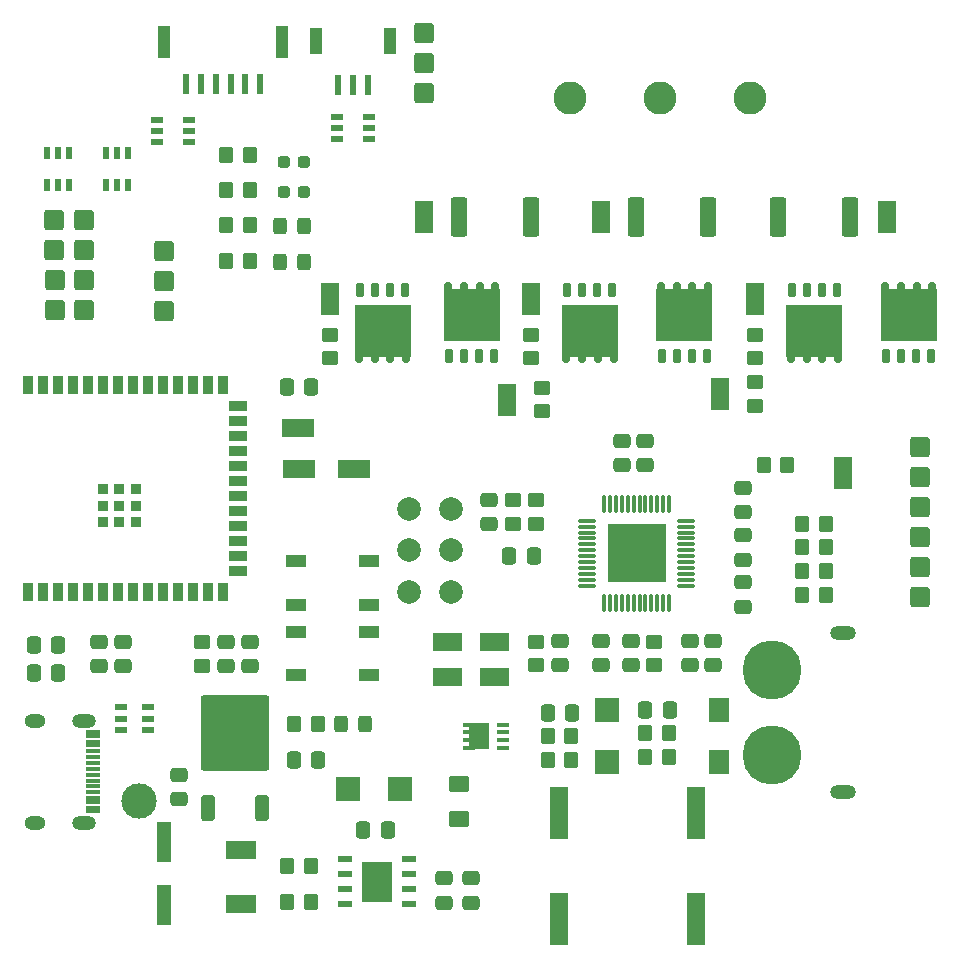
<source format=gbr>
%TF.GenerationSoftware,KiCad,Pcbnew,9.0.2-rc1*%
%TF.CreationDate,2025-08-19T16:09:16+10:00*%
%TF.ProjectId,BLDC_Version1_1_0,424c4443-5f56-4657-9273-696f6e315f31,rev?*%
%TF.SameCoordinates,Original*%
%TF.FileFunction,Soldermask,Top*%
%TF.FilePolarity,Negative*%
%FSLAX46Y46*%
G04 Gerber Fmt 4.6, Leading zero omitted, Abs format (unit mm)*
G04 Created by KiCad (PCBNEW 9.0.2-rc1) date 2025-08-19 16:09:16*
%MOMM*%
%LPD*%
G01*
G04 APERTURE LIST*
G04 Aperture macros list*
%AMRoundRect*
0 Rectangle with rounded corners*
0 $1 Rounding radius*
0 $2 $3 $4 $5 $6 $7 $8 $9 X,Y pos of 4 corners*
0 Add a 4 corners polygon primitive as box body*
4,1,4,$2,$3,$4,$5,$6,$7,$8,$9,$2,$3,0*
0 Add four circle primitives for the rounded corners*
1,1,$1+$1,$2,$3*
1,1,$1+$1,$4,$5*
1,1,$1+$1,$6,$7*
1,1,$1+$1,$8,$9*
0 Add four rect primitives between the rounded corners*
20,1,$1+$1,$2,$3,$4,$5,0*
20,1,$1+$1,$4,$5,$6,$7,0*
20,1,$1+$1,$6,$7,$8,$9,0*
20,1,$1+$1,$8,$9,$2,$3,0*%
%AMFreePoly0*
4,1,6,1.000000,0.000000,0.500000,-0.750000,-0.500000,-0.750000,-0.500000,0.750000,0.500000,0.750000,1.000000,0.000000,1.000000,0.000000,$1*%
%AMFreePoly1*
4,1,6,0.500000,-0.750000,-0.650000,-0.750000,-0.150000,0.000000,-0.650000,0.750000,0.500000,0.750000,0.500000,-0.750000,0.500000,-0.750000,$1*%
G04 Aperture macros list end*
%ADD10C,2.000000*%
%ADD11RoundRect,0.250000X0.475000X-0.337500X0.475000X0.337500X-0.475000X0.337500X-0.475000X-0.337500X0*%
%ADD12R,1.650000X4.500000*%
%ADD13C,5.000000*%
%ADD14O,2.200000X1.200000*%
%ADD15C,3.000000*%
%ADD16R,1.500000X2.800000*%
%ADD17R,1.300000X0.600000*%
%ADD18R,2.500000X3.500000*%
%ADD19RoundRect,0.250000X-0.350000X-0.450000X0.350000X-0.450000X0.350000X0.450000X-0.350000X0.450000X0*%
%ADD20RoundRect,0.250000X0.450000X-0.350000X0.450000X0.350000X-0.450000X0.350000X-0.450000X-0.350000X0*%
%ADD21RoundRect,0.250000X0.337500X0.475000X-0.337500X0.475000X-0.337500X-0.475000X0.337500X-0.475000X0*%
%ADD22O,0.280000X1.600000*%
%ADD23O,1.600000X0.280000*%
%ADD24R,5.000000X5.000000*%
%ADD25R,2.000000X2.000000*%
%ADD26FreePoly0,0.000000*%
%ADD27FreePoly1,0.000000*%
%ADD28RoundRect,0.250000X-0.475000X0.337500X-0.475000X-0.337500X0.475000X-0.337500X0.475000X0.337500X0*%
%ADD29R,2.800000X1.500000*%
%ADD30RoundRect,0.237500X0.287500X0.237500X-0.287500X0.237500X-0.287500X-0.237500X0.287500X-0.237500X0*%
%ADD31R,1.100000X0.600000*%
%ADD32R,0.900000X1.500000*%
%ADD33R,1.500000X0.900000*%
%ADD34R,0.900000X0.900000*%
%ADD35RoundRect,0.250000X0.350000X-0.850000X0.350000X0.850000X-0.350000X0.850000X-0.350000X-0.850000X0*%
%ADD36RoundRect,0.249997X2.650003X-2.950003X2.650003X2.950003X-2.650003X2.950003X-2.650003X-2.950003X0*%
%ADD37C,2.800000*%
%ADD38R,0.600000X1.700000*%
%ADD39R,1.000000X2.700000*%
%ADD40RoundRect,0.250000X-0.337500X-0.475000X0.337500X-0.475000X0.337500X0.475000X-0.337500X0.475000X0*%
%ADD41RoundRect,0.250000X-0.450000X0.350000X-0.450000X-0.350000X0.450000X-0.350000X0.450000X0.350000X0*%
%ADD42RoundRect,0.250000X0.325000X0.450000X-0.325000X0.450000X-0.325000X-0.450000X0.325000X-0.450000X0*%
%ADD43RoundRect,0.162500X0.162500X-0.437500X0.162500X0.437500X-0.162500X0.437500X-0.162500X-0.437500X0*%
%ADD44R,4.700000X4.500000*%
%ADD45RoundRect,0.175000X0.175000X-0.325000X0.175000X0.325000X-0.175000X0.325000X-0.175000X-0.325000X0*%
%ADD46R,2.500000X1.500000*%
%ADD47R,1.200000X3.500000*%
%ADD48RoundRect,0.249999X0.450001X1.425001X-0.450001X1.425001X-0.450001X-1.425001X0.450001X-1.425001X0*%
%ADD49RoundRect,0.162500X-0.162500X0.437500X-0.162500X-0.437500X0.162500X-0.437500X0.162500X0.437500X0*%
%ADD50RoundRect,0.175000X-0.175000X0.325000X-0.175000X-0.325000X0.175000X-0.325000X0.175000X0.325000X0*%
%ADD51RoundRect,0.255000X0.595000X0.595000X-0.595000X0.595000X-0.595000X-0.595000X0.595000X-0.595000X0*%
%ADD52RoundRect,0.249999X-0.450001X-1.425001X0.450001X-1.425001X0.450001X1.425001X-0.450001X1.425001X0*%
%ADD53RoundRect,0.250000X0.350000X0.450000X-0.350000X0.450000X-0.350000X-0.450000X0.350000X-0.450000X0*%
%ADD54R,1.800000X1.100000*%
%ADD55R,1.070000X0.530000*%
%ADD56R,0.600000X1.100000*%
%ADD57R,1.800000X2.000000*%
%ADD58R,0.990000X0.410000*%
%ADD59R,1.720000X2.230000*%
%ADD60O,2.000000X1.200000*%
%ADD61O,1.800000X1.200000*%
%ADD62R,1.300000X0.300000*%
%ADD63RoundRect,0.255000X-0.595000X-0.595000X0.595000X-0.595000X0.595000X0.595000X-0.595000X0.595000X0*%
%ADD64RoundRect,0.250001X-0.624999X0.462499X-0.624999X-0.462499X0.624999X-0.462499X0.624999X0.462499X0*%
%ADD65R,1.000000X2.200000*%
G04 APERTURE END LIST*
%TO.C,AMPL*%
G36*
X149775000Y-112250000D02*
G01*
X152225000Y-112250000D01*
X152225000Y-113750000D01*
X149775000Y-113750000D01*
X149775000Y-112250000D01*
G37*
%TO.C,I_0*%
G36*
X145775000Y-112250000D02*
G01*
X148225000Y-112250000D01*
X148225000Y-113750000D01*
X145775000Y-113750000D01*
X145775000Y-112250000D01*
G37*
%TO.C,I_1*%
G36*
X145775000Y-115250000D02*
G01*
X148225000Y-115250000D01*
X148225000Y-116750000D01*
X145775000Y-116750000D01*
X145775000Y-115250000D01*
G37*
%TO.C,DRV*%
G36*
X149775000Y-115250000D02*
G01*
X152225000Y-115250000D01*
X152225000Y-116750000D01*
X149775000Y-116750000D01*
X149775000Y-115250000D01*
G37*
%TD*%
D10*
%TO.C,TP11*%
X143750000Y-105250000D03*
%TD*%
D11*
%TO.C,C21*%
X161750000Y-98037500D03*
X161750000Y-95962500D03*
%TD*%
D12*
%TO.C,C11*%
X168000000Y-127500000D03*
X168000000Y-136500000D03*
%TD*%
D13*
%TO.C,CN2*%
X174500000Y-115400120D03*
X174500000Y-122600120D03*
D14*
X180500000Y-125750120D03*
X180500000Y-112250120D03*
%TD*%
D15*
%TO.C,5V*%
X120900000Y-126500000D03*
%TD*%
D16*
%TO.C,TP5*%
X170055000Y-92000000D03*
%TD*%
D17*
%TO.C,U4*%
X138300000Y-131400000D03*
X138300000Y-132680000D03*
X138300000Y-133950000D03*
X138300000Y-135220000D03*
X143700000Y-135220000D03*
X143700000Y-133950000D03*
X143700000Y-132680000D03*
X143700000Y-131400000D03*
D18*
X141000000Y-133310000D03*
%TD*%
D19*
%TO.C,R7*%
X134000000Y-120000000D03*
X136000000Y-120000000D03*
%TD*%
D10*
%TO.C,TP12*%
X147250000Y-108750000D03*
%TD*%
D20*
%TO.C,R13*%
X173055000Y-89000000D03*
X173055000Y-87000000D03*
%TD*%
D19*
%TO.C,R4*%
X128250000Y-71750000D03*
X130250000Y-71750000D03*
%TD*%
D21*
%TO.C,C1*%
X114037500Y-115620000D03*
X111962500Y-115620000D03*
%TD*%
D22*
%TO.C,U3*%
X165750000Y-101300000D03*
X165250000Y-101300000D03*
X164750000Y-101300000D03*
X164250000Y-101300000D03*
X163750000Y-101300000D03*
X163250000Y-101300000D03*
X162750000Y-101300000D03*
X162250000Y-101300000D03*
X161750000Y-101300000D03*
X161250000Y-101300000D03*
X160750000Y-101300000D03*
X160250000Y-101300000D03*
D23*
X158800000Y-102750000D03*
X158800000Y-103250000D03*
X158800000Y-103750000D03*
X158800000Y-104250000D03*
X158800000Y-104750000D03*
X158800000Y-105250000D03*
X158800000Y-105750000D03*
X158800000Y-106250000D03*
X158800000Y-106750000D03*
X158800000Y-107250000D03*
X158800000Y-107750000D03*
X158800000Y-108250000D03*
D22*
X160250000Y-109700000D03*
X160750000Y-109700000D03*
X161250000Y-109700000D03*
X161750000Y-109700000D03*
X162250000Y-109700000D03*
X162750000Y-109700000D03*
X163250000Y-109700000D03*
X163750000Y-109700000D03*
X164250000Y-109700000D03*
X164750000Y-109700000D03*
X165250000Y-109700000D03*
X165750000Y-109700000D03*
D23*
X167200000Y-108250000D03*
X167200000Y-107750000D03*
X167200000Y-107250000D03*
X167200000Y-106750000D03*
X167200000Y-106250000D03*
X167200000Y-105750000D03*
X167200000Y-105250000D03*
X167200000Y-104750000D03*
X167200000Y-104250000D03*
X167200000Y-103750000D03*
X167200000Y-103250000D03*
X167200000Y-102750000D03*
D24*
X163000000Y-105500000D03*
%TD*%
D10*
%TO.C,TP9*%
X143750000Y-101750000D03*
%TD*%
D25*
%TO.C,D8*%
X160462500Y-118770000D03*
X160462500Y-123170000D03*
%TD*%
D26*
%TO.C,AMPL*%
X150275000Y-113000000D03*
D27*
X151725000Y-113000000D03*
%TD*%
D28*
%TO.C,CV*%
X119500000Y-112992500D03*
X119500000Y-115067500D03*
%TD*%
D21*
%TO.C,C2*%
X114037500Y-113250000D03*
X111962500Y-113250000D03*
%TD*%
D19*
%TO.C,R12*%
X173750000Y-98000000D03*
X175750000Y-98000000D03*
%TD*%
D29*
%TO.C,TP15*%
X139100000Y-98400000D03*
%TD*%
D30*
%TO.C,D1*%
X134875000Y-74950000D03*
X133125000Y-74950000D03*
%TD*%
D11*
%TO.C,C3*%
X124300000Y-126337500D03*
X124300000Y-124262500D03*
%TD*%
D16*
%TO.C,TP6*%
X154055000Y-84000000D03*
%TD*%
D25*
%TO.C,D7*%
X142950000Y-125500000D03*
X138550000Y-125500000D03*
%TD*%
D11*
%TO.C,C27*%
X169500000Y-115007500D03*
X169500000Y-112932500D03*
%TD*%
D29*
%TO.C,TP16*%
X134400000Y-98400000D03*
%TD*%
D31*
%TO.C,U10*%
X125100000Y-70700000D03*
X125100000Y-69750000D03*
X125100000Y-68800000D03*
X122400000Y-68800000D03*
X122400000Y-69750000D03*
X122400000Y-70700000D03*
%TD*%
D12*
%TO.C,C12*%
X156400000Y-127500000D03*
X156400000Y-136500000D03*
%TD*%
D32*
%TO.C,U1*%
X111490000Y-108750000D03*
X112760000Y-108750000D03*
X114030000Y-108750000D03*
X115300000Y-108750000D03*
X116570000Y-108750000D03*
X117840000Y-108750000D03*
X119110000Y-108750000D03*
X120380000Y-108750000D03*
X121650000Y-108750000D03*
X122920000Y-108750000D03*
X124190000Y-108750000D03*
X125460000Y-108750000D03*
X126730000Y-108750000D03*
X128000000Y-108750000D03*
D33*
X129250000Y-106985000D03*
X129250000Y-105715000D03*
X129250000Y-104445000D03*
X129250000Y-103175000D03*
X129250000Y-101905000D03*
X129250000Y-100635000D03*
X129250000Y-99365000D03*
X129250000Y-98095000D03*
X129250000Y-96825000D03*
X129250000Y-95555000D03*
X129250000Y-94285000D03*
X129250000Y-93015000D03*
D32*
X128000000Y-91250000D03*
X126730000Y-91250000D03*
X125460000Y-91250000D03*
X124190000Y-91250000D03*
X122920000Y-91250000D03*
X121650000Y-91250000D03*
X120380000Y-91250000D03*
X119110000Y-91250000D03*
X117840000Y-91250000D03*
X116570000Y-91250000D03*
X115300000Y-91250000D03*
X114030000Y-91250000D03*
X112760000Y-91250000D03*
X111490000Y-91250000D03*
D34*
X117810000Y-102900000D03*
X119210000Y-102900000D03*
X120610000Y-102900000D03*
X120610000Y-102900000D03*
X117810000Y-101500000D03*
X117810000Y-101500000D03*
X119210000Y-101500000D03*
X120610000Y-101500000D03*
X117810000Y-100100000D03*
X119210000Y-100100000D03*
X120610000Y-100100000D03*
%TD*%
D35*
%TO.C,U2*%
X126720000Y-127040000D03*
D36*
X129000000Y-120740000D03*
D35*
X131280000Y-127040000D03*
%TD*%
D37*
%TO.C,CN1*%
X172620000Y-67000000D03*
X165000000Y-67000000D03*
X157380000Y-67000000D03*
%TD*%
D38*
%TO.C,CN3*%
X131130000Y-65750000D03*
X129880000Y-65750000D03*
X128630000Y-65750000D03*
X127380000Y-65750000D03*
X126130000Y-65750000D03*
X124880000Y-65750000D03*
D39*
X132970000Y-62250000D03*
X123030000Y-62250000D03*
%TD*%
D31*
%TO.C,U11*%
X140350000Y-70450000D03*
X140350000Y-69500000D03*
X140350000Y-68550000D03*
X137650000Y-68550000D03*
X137650000Y-69500000D03*
X137650000Y-70450000D03*
%TD*%
D10*
%TO.C,TP13*%
X143750000Y-108750000D03*
%TD*%
%TO.C,TP8*%
X147250000Y-101750000D03*
%TD*%
D40*
%TO.C,C8*%
X139862500Y-128900000D03*
X141937500Y-128900000D03*
%TD*%
D41*
%TO.C,R27*%
X154500000Y-113000000D03*
X154500000Y-115000000D03*
%TD*%
D42*
%TO.C,D4*%
X134825000Y-77765000D03*
X132775000Y-77765000D03*
%TD*%
D20*
%TO.C,R23*%
X155000000Y-93500000D03*
X155000000Y-91500000D03*
%TD*%
D28*
%TO.C,C17*%
X150500000Y-100962500D03*
X150500000Y-103037500D03*
%TD*%
D43*
%TO.C,Q7*%
X165150000Y-88825000D03*
X166420000Y-88825000D03*
X167690000Y-88825000D03*
X168960000Y-88825000D03*
D44*
X167055000Y-85325000D03*
D45*
X165060000Y-83075000D03*
X166390000Y-83075000D03*
X167720000Y-83075000D03*
X169050000Y-83075000D03*
%TD*%
D46*
%TO.C,L1*%
X129500000Y-130625000D03*
X129500000Y-135225000D03*
%TD*%
D40*
%TO.C,C6*%
X163742500Y-118750000D03*
X165817500Y-118750000D03*
%TD*%
D47*
%TO.C,C10*%
X123000000Y-129930000D03*
X123000000Y-135270000D03*
%TD*%
D40*
%TO.C,C18*%
X133362500Y-91400000D03*
X135437500Y-91400000D03*
%TD*%
D48*
%TO.C,R14*%
X181050000Y-77000000D03*
X174950000Y-77000000D03*
%TD*%
D16*
%TO.C,TP2*%
X180500000Y-98750000D03*
%TD*%
D19*
%TO.C,R9*%
X155462500Y-123000000D03*
X157462500Y-123000000D03*
%TD*%
%TO.C,R10*%
X133400000Y-132000000D03*
X135400000Y-132000000D03*
%TD*%
D11*
%TO.C,C13*%
X172000000Y-110037500D03*
X172000000Y-107962500D03*
%TD*%
D19*
%TO.C,R19*%
X177000000Y-103000000D03*
X179000000Y-103000000D03*
%TD*%
D29*
%TO.C,TP14*%
X134300000Y-94900000D03*
%TD*%
D30*
%TO.C,D2*%
X134875000Y-72360000D03*
X133125000Y-72360000D03*
%TD*%
D28*
%TO.C,C14*%
X172000000Y-103962500D03*
X172000000Y-106037500D03*
%TD*%
D49*
%TO.C,Q4*%
X179960000Y-83175000D03*
X178690000Y-83175000D03*
X177420000Y-83175000D03*
X176150000Y-83175000D03*
D44*
X178055000Y-86675000D03*
D50*
X180050000Y-88925000D03*
X178720000Y-88925000D03*
X177390000Y-88925000D03*
X176060000Y-88925000D03*
%TD*%
D26*
%TO.C,I_0*%
X146275000Y-113000000D03*
D27*
X147725000Y-113000000D03*
%TD*%
D28*
%TO.C,C4*%
X149000000Y-133032500D03*
X149000000Y-135107500D03*
%TD*%
D19*
%TO.C,R3*%
X128250000Y-74750000D03*
X130250000Y-74750000D03*
%TD*%
D51*
%TO.C,U6*%
X123000000Y-85000000D03*
X123000000Y-82460000D03*
X122980000Y-79920000D03*
%TD*%
D16*
%TO.C,TP22*%
X137055000Y-84000000D03*
%TD*%
D40*
%TO.C,C9*%
X155462500Y-119000000D03*
X157537500Y-119000000D03*
%TD*%
%TO.C,C7*%
X133962500Y-123000000D03*
X136037500Y-123000000D03*
%TD*%
D19*
%TO.C,R2*%
X128250000Y-77750000D03*
X130250000Y-77750000D03*
%TD*%
D20*
%TO.C,R28*%
X164500000Y-115000000D03*
X164500000Y-113000000D03*
%TD*%
D52*
%TO.C,R29*%
X147950000Y-77000000D03*
X154050000Y-77000000D03*
%TD*%
D42*
%TO.C,D6*%
X140025000Y-120000000D03*
X137975000Y-120000000D03*
%TD*%
D53*
%TO.C,R5*%
X165750000Y-122750000D03*
X163750000Y-122750000D03*
%TD*%
D28*
%TO.C,C5*%
X146730000Y-133032500D03*
X146730000Y-135107500D03*
%TD*%
D43*
%TO.C,Q2*%
X147150000Y-88825000D03*
X148420000Y-88825000D03*
X149690000Y-88825000D03*
X150960000Y-88825000D03*
D44*
X149055000Y-85325000D03*
D45*
X147060000Y-83075000D03*
X148390000Y-83075000D03*
X149720000Y-83075000D03*
X151050000Y-83075000D03*
%TD*%
D52*
%TO.C,R18*%
X162950000Y-77000000D03*
X169050000Y-77000000D03*
%TD*%
D21*
%TO.C,C22*%
X154287500Y-105750000D03*
X152212500Y-105750000D03*
%TD*%
D51*
%TO.C,U9*%
X187000000Y-109250000D03*
X187000000Y-106710000D03*
X186980000Y-104170000D03*
X186980000Y-101630000D03*
X187000000Y-99090000D03*
X187000000Y-96550000D03*
%TD*%
D28*
%TO.C,C15*%
X128200000Y-112992500D03*
X128200000Y-115067500D03*
%TD*%
D26*
%TO.C,I_1*%
X146275000Y-116000000D03*
D27*
X147725000Y-116000000D03*
%TD*%
D41*
%TO.C,R25*%
X152500000Y-101000000D03*
X152500000Y-103000000D03*
%TD*%
D54*
%TO.C,SW1*%
X134150000Y-112150000D03*
X140350000Y-112150000D03*
X134150000Y-115850000D03*
X140350000Y-115850000D03*
%TD*%
D16*
%TO.C,TP19*%
X152000000Y-92500000D03*
%TD*%
D11*
%TO.C,C20*%
X163750000Y-98037500D03*
X163750000Y-95962500D03*
%TD*%
D49*
%TO.C,Q6*%
X160960000Y-83175000D03*
X159690000Y-83175000D03*
X158420000Y-83175000D03*
X157150000Y-83175000D03*
D44*
X159055000Y-86675000D03*
D50*
X161050000Y-88925000D03*
X159720000Y-88925000D03*
X158390000Y-88925000D03*
X157060000Y-88925000D03*
%TD*%
D10*
%TO.C,TP10*%
X147250000Y-105250000D03*
%TD*%
D55*
%TO.C,D9*%
X119350000Y-118550000D03*
X119350000Y-119500000D03*
X119350000Y-120450000D03*
X121650000Y-120450000D03*
X121650000Y-119500000D03*
X121650000Y-118550000D03*
%TD*%
D54*
%TO.C,SW2*%
X140350000Y-109850000D03*
X134150000Y-109850000D03*
X140350000Y-106150000D03*
X134150000Y-106150000D03*
%TD*%
D56*
%TO.C,U13*%
X114950000Y-71650000D03*
X114000000Y-71650000D03*
X113050000Y-71650000D03*
X113050000Y-74350000D03*
X114000000Y-74350000D03*
X114950000Y-74350000D03*
%TD*%
D20*
%TO.C,R15*%
X173055000Y-93000000D03*
X173055000Y-91000000D03*
%TD*%
D19*
%TO.C,R22*%
X177000000Y-109000000D03*
X179000000Y-109000000D03*
%TD*%
D57*
%TO.C,D5*%
X170000000Y-118800000D03*
X170000000Y-123200000D03*
%TD*%
D58*
%TO.C,Q3*%
X151680000Y-121970000D03*
X151680000Y-121320000D03*
X151680000Y-120680000D03*
X151680000Y-120030000D03*
X148820000Y-120030000D03*
X148820000Y-120680000D03*
X148820000Y-121320000D03*
X148820000Y-121970000D03*
D59*
X149690000Y-121000000D03*
%TD*%
D20*
%TO.C,R16*%
X154055000Y-89000000D03*
X154055000Y-87000000D03*
%TD*%
D28*
%TO.C,C25*%
X160000000Y-112932500D03*
X160000000Y-115007500D03*
%TD*%
D42*
%TO.C,D3*%
X134825000Y-80805000D03*
X132775000Y-80805000D03*
%TD*%
D19*
%TO.C,R21*%
X177000000Y-107000000D03*
X179000000Y-107000000D03*
%TD*%
D20*
%TO.C,R17*%
X126200000Y-115060000D03*
X126200000Y-113060000D03*
%TD*%
D51*
%TO.C,U8*%
X145000000Y-66500000D03*
X145000000Y-63960000D03*
X144980000Y-61420000D03*
%TD*%
D28*
%TO.C,C28*%
X162500000Y-112932500D03*
X162500000Y-115007500D03*
%TD*%
D16*
%TO.C,TP25*%
X145000000Y-77000000D03*
%TD*%
D60*
%TO.C,J1*%
X116210000Y-119670000D03*
X116210000Y-128330000D03*
D61*
X112030000Y-128330000D03*
X112030000Y-119670000D03*
D62*
X116970000Y-120650000D03*
X116970000Y-121450000D03*
X116970000Y-122750000D03*
X116970000Y-123750000D03*
X116970000Y-124250000D03*
X116970000Y-125250000D03*
X116970000Y-126550000D03*
X116970000Y-127350000D03*
X116970000Y-127050000D03*
X116970000Y-126250000D03*
X116970000Y-125750000D03*
X116970000Y-124750000D03*
X116970000Y-123250000D03*
X116970000Y-122250000D03*
X116970000Y-121750000D03*
X116970000Y-120950000D03*
%TD*%
D28*
%TO.C,C26*%
X167500000Y-112932500D03*
X167500000Y-115007500D03*
%TD*%
D19*
%TO.C,R20*%
X177000000Y-105000000D03*
X179000000Y-105000000D03*
%TD*%
D49*
%TO.C,Q1*%
X143405000Y-83175000D03*
X142135000Y-83175000D03*
X140865000Y-83175000D03*
X139595000Y-83175000D03*
D44*
X141500000Y-86675000D03*
D50*
X143495000Y-88925000D03*
X142165000Y-88925000D03*
X140835000Y-88925000D03*
X139505000Y-88925000D03*
%TD*%
D26*
%TO.C,DRV*%
X150275000Y-116000000D03*
D27*
X151725000Y-116000000D03*
%TD*%
D53*
%TO.C,R11*%
X135400000Y-135000000D03*
X133400000Y-135000000D03*
%TD*%
D63*
%TO.C,U7*%
X113710000Y-77250000D03*
X113710000Y-79790000D03*
X113730000Y-82330000D03*
X113730000Y-84870000D03*
X116250000Y-77250000D03*
X116250000Y-79790000D03*
X116250000Y-82330000D03*
X116250000Y-84870000D03*
%TD*%
D20*
%TO.C,R26*%
X137055000Y-89000000D03*
X137055000Y-87000000D03*
%TD*%
D43*
%TO.C,Q5*%
X184150000Y-88825000D03*
X185420000Y-88825000D03*
X186690000Y-88825000D03*
X187960000Y-88825000D03*
D44*
X186055000Y-85325000D03*
D45*
X184060000Y-83075000D03*
X185390000Y-83075000D03*
X186720000Y-83075000D03*
X188050000Y-83075000D03*
%TD*%
D28*
%TO.C,CW*%
X130250000Y-112992500D03*
X130250000Y-115067500D03*
%TD*%
D64*
%TO.C,F1*%
X148000000Y-125012500D03*
X148000000Y-127987500D03*
%TD*%
D56*
%TO.C,U14*%
X119950000Y-71650000D03*
X119000000Y-71650000D03*
X118050000Y-71650000D03*
X118050000Y-74350000D03*
X119000000Y-74350000D03*
X119950000Y-74350000D03*
%TD*%
D16*
%TO.C,TP7*%
X160000000Y-77000000D03*
%TD*%
%TO.C,TP4*%
X184200000Y-77000000D03*
%TD*%
D28*
%TO.C,CU*%
X117500000Y-112992500D03*
X117500000Y-115067500D03*
%TD*%
D20*
%TO.C,R24*%
X154500000Y-103000000D03*
X154500000Y-101000000D03*
%TD*%
D53*
%TO.C,R8*%
X157462500Y-121000000D03*
X155462500Y-121000000D03*
%TD*%
D28*
%TO.C,C29*%
X172000000Y-99962500D03*
X172000000Y-102037500D03*
%TD*%
D19*
%TO.C,R1*%
X128250000Y-80750000D03*
X130250000Y-80750000D03*
%TD*%
D28*
%TO.C,C23*%
X156500000Y-112932500D03*
X156500000Y-115007500D03*
%TD*%
D19*
%TO.C,R6*%
X163750000Y-120750000D03*
X165750000Y-120750000D03*
%TD*%
D38*
%TO.C,CN4*%
X140250000Y-65850000D03*
X139000000Y-65850000D03*
X137750000Y-65850000D03*
D65*
X135900000Y-62150000D03*
X142100000Y-62150000D03*
%TD*%
D16*
%TO.C,TP3*%
X173055000Y-84000000D03*
%TD*%
M02*

</source>
